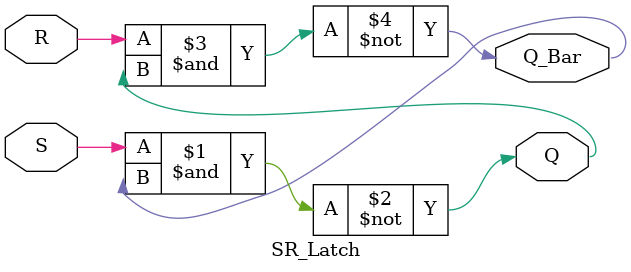
<source format=v>
module SR_Latch(S,R,Q,Q_Bar);

input S,R;
output Q,Q_Bar;
reg Q,Q_Bar;

assign Q = ~(S&Q_Bar);
assign Q_Bar = ~(R&Q);

endmodule
</source>
